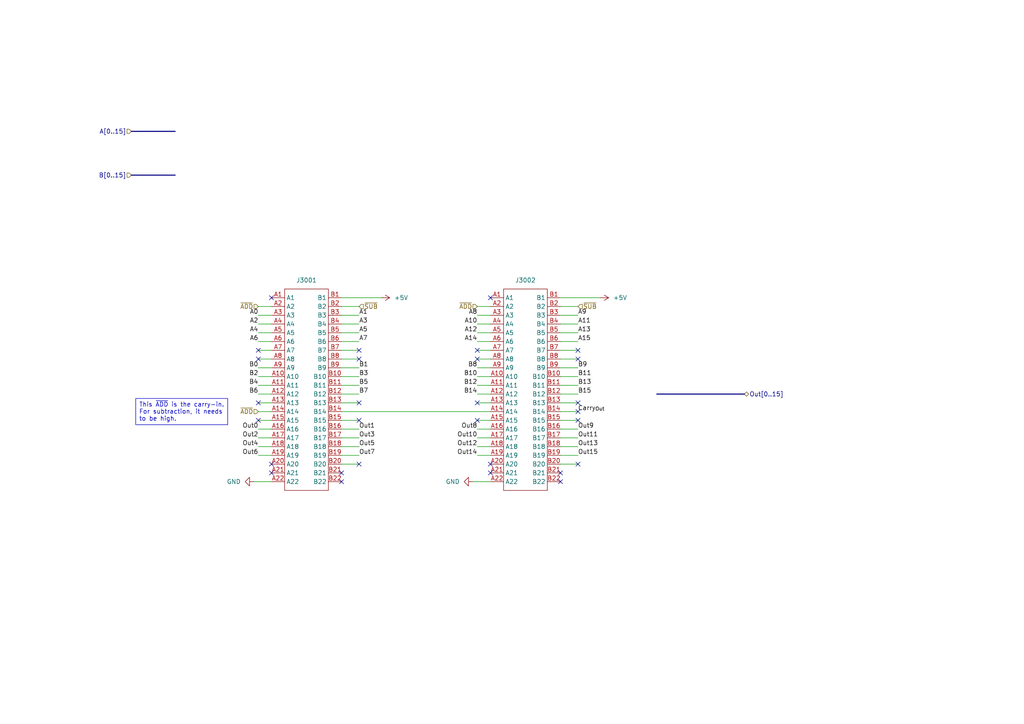
<source format=kicad_sch>
(kicad_sch (version 20231120) (generator "eeschema") (generator_version "8.0")
  (paper "A4")
  (lib_symbols
    (symbol "BoardEdgeConnectors:TE-5530843-4"
      (property "Reference" "J" (at -0.254 30.988 0))
      (symbol "TE-5530843-4_0_1"
        (rectangle (start -6.35 29.21) (end 6.35 -29.21))
      )
      (symbol "TE-5530843-4_1_1"
        (pin passive line (at -10.16 26.67 0) (length 3.81) (name "A1") (number "A1"))
        (pin passive line (at -10.16 3.81 0) (length 3.81) (name "A10") (number "A10"))
        (pin passive line (at -10.16 1.27 0) (length 3.81) (name "A11") (number "A11"))
        (pin passive line (at -10.16 -1.27 0) (length 3.81) (name "A12") (number "A12"))
        (pin passive line (at -10.16 -3.81 0) (length 3.81) (name "A13") (number "A13"))
        (pin passive line (at -10.16 -6.35 0) (length 3.81) (name "A14") (number "A14"))
        (pin passive line (at -10.16 -8.89 0) (length 3.81) (name "A15") (number "A15"))
        (pin passive line (at -10.16 -11.43 0) (length 3.81) (name "A16") (number "A16"))
        (pin passive line (at -10.16 -13.97 0) (length 3.81) (name "A17") (number "A17"))
        (pin passive line (at -10.16 -16.51 0) (length 3.81) (name "A18") (number "A18"))
        (pin passive line (at -10.16 -19.05 0) (length 3.81) (name "A19") (number "A19"))
        (pin passive line (at -10.16 24.13 0) (length 3.81) (name "A2") (number "A2"))
        (pin passive line (at -10.16 -21.59 0) (length 3.81) (name "A20") (number "A20"))
        (pin passive line (at -10.16 -24.13 0) (length 3.81) (name "A21") (number "A21"))
        (pin passive line (at -10.16 -26.67 0) (length 3.81) (name "A22") (number "A22"))
        (pin passive line (at -10.16 21.59 0) (length 3.81) (name "A3") (number "A3"))
        (pin passive line (at -10.16 19.05 0) (length 3.81) (name "A4") (number "A4"))
        (pin passive line (at -10.16 16.51 0) (length 3.81) (name "A5") (number "A5"))
        (pin passive line (at -10.16 13.97 0) (length 3.81) (name "A6") (number "A6"))
        (pin passive line (at -10.16 11.43 0) (length 3.81) (name "A7") (number "A7"))
        (pin passive line (at -10.16 8.89 0) (length 3.81) (name "A8") (number "A8"))
        (pin passive line (at -10.16 6.35 0) (length 3.81) (name "A9") (number "A9"))
        (pin passive line (at 10.16 26.67 180) (length 3.81) (name "B1") (number "B1"))
        (pin passive line (at 10.16 3.81 180) (length 3.81) (name "B10") (number "B10"))
        (pin passive line (at 10.16 1.27 180) (length 3.81) (name "B11") (number "B11"))
        (pin passive line (at 10.16 -1.27 180) (length 3.81) (name "B12") (number "B12"))
        (pin passive line (at 10.16 -3.81 180) (length 3.81) (name "B13") (number "B13"))
        (pin passive line (at 10.16 -6.35 180) (length 3.81) (name "B14") (number "B14"))
        (pin passive line (at 10.16 -8.89 180) (length 3.81) (name "B15") (number "B15"))
        (pin passive line (at 10.16 -11.43 180) (length 3.81) (name "B16") (number "B16"))
        (pin passive line (at 10.16 -13.97 180) (length 3.81) (name "B17") (number "B17"))
        (pin passive line (at 10.16 -16.51 180) (length 3.81) (name "B18") (number "B18"))
        (pin passive line (at 10.16 -19.05 180) (length 3.81) (name "B19") (number "B19"))
        (pin passive line (at 10.16 24.13 180) (length 3.81) (name "B2") (number "B2"))
        (pin passive line (at 10.16 -21.59 180) (length 3.81) (name "B20") (number "B20"))
        (pin passive line (at 10.16 -24.13 180) (length 3.81) (name "B21") (number "B21"))
        (pin passive line (at 10.16 -26.67 180) (length 3.81) (name "B22") (number "B22"))
        (pin passive line (at 10.16 21.59 180) (length 3.81) (name "B3") (number "B3"))
        (pin passive line (at 10.16 19.05 180) (length 3.81) (name "B4") (number "B4"))
        (pin passive line (at 10.16 16.51 180) (length 3.81) (name "B5") (number "B5"))
        (pin passive line (at 10.16 13.97 180) (length 3.81) (name "B6") (number "B6"))
        (pin passive line (at 10.16 11.43 180) (length 3.81) (name "B7") (number "B7"))
        (pin passive line (at 10.16 8.89 180) (length 3.81) (name "B8") (number "B8"))
        (pin passive line (at 10.16 6.35 180) (length 3.81) (name "B9") (number "B9"))
      )
    )
    (symbol "power:+5V" (power) (pin_names (offset 0))
      (property "Value" "+5V" (at 0 3.556 0))
      (symbol "+5V_0_1"
        (polyline (pts (xy -0.762 1.27) (xy 0 2.54)))
        (polyline (pts (xy 0 0) (xy 0 2.54)))
        (polyline (pts (xy 0 2.54) (xy 0.762 1.27)))
      )
      (symbol "+5V_1_1"
        (pin power_in line (at 0 0 90) (length 0) hide (name "+5V") (number "1"))
      )
    )
    (symbol "power:GND" (power) (pin_names (offset 0))
      (property "Value" "GND" (at 0 -3.81 0))
      (symbol "GND_0_1"
        (polyline (pts (xy 0 0) (xy 0 -1.27) (xy 1.27 -1.27) (xy 0 -2.54) (xy -1.27 -1.27) (xy 0 -1.27)))
      )
      (symbol "GND_1_1"
        (pin power_in line (at 0 0 270) (length 0) hide (name "GND") (number "1"))
      )
    )
  )
  (no_connect (at 74.93 116.84))
  (no_connect (at 167.64 101.6))
  (no_connect (at 104.14 121.92))
  (no_connect (at 167.64 134.62))
  (no_connect (at 74.93 101.6))
  (no_connect (at 104.14 104.14))
  (no_connect (at 74.93 104.14))
  (no_connect (at 167.64 116.84))
  (no_connect (at 142.24 134.62))
  (no_connect (at 99.06 137.16))
  (no_connect (at 162.56 137.16))
  (no_connect (at 142.24 86.36))
  (no_connect (at 138.43 121.92))
  (no_connect (at 138.43 104.14))
  (no_connect (at 167.64 104.14))
  (no_connect (at 104.14 116.84))
  (no_connect (at 162.56 139.7))
  (no_connect (at 167.64 121.92))
  (no_connect (at 78.74 137.16))
  (no_connect (at 74.93 121.92))
  (no_connect (at 142.24 137.16))
  (no_connect (at 138.43 116.84))
  (no_connect (at 104.14 134.62))
  (no_connect (at 104.14 101.6))
  (no_connect (at 167.64 119.38))
  (no_connect (at 138.43 101.6))
  (no_connect (at 78.74 134.62))
  (no_connect (at 78.74 86.36))
  (no_connect (at 99.06 139.7))
  (wire (pts (xy 74.93 93.98) (xy 78.74 93.98)))
  (wire (pts (xy 74.93 91.44) (xy 78.74 91.44)))
  (wire (pts (xy 99.06 96.52) (xy 104.14 96.52)))
  (wire (pts (xy 162.56 93.98) (xy 167.64 93.98)))
  (wire (pts (xy 99.06 119.38) (xy 142.24 119.38)))
  (wire (pts (xy 162.56 129.54) (xy 167.64 129.54)))
  (wire (pts (xy 74.93 121.92) (xy 78.74 121.92)))
  (wire (pts (xy 99.06 88.9) (xy 104.14 88.9)))
  (wire (pts (xy 138.43 88.9) (xy 142.24 88.9)))
  (wire (pts (xy 74.93 129.54) (xy 78.74 129.54)))
  (wire (pts (xy 162.56 104.14) (xy 167.64 104.14)))
  (wire (pts (xy 74.93 96.52) (xy 78.74 96.52)))
  (wire (pts (xy 138.43 104.14) (xy 142.24 104.14)))
  (wire (pts (xy 138.43 99.06) (xy 142.24 99.06)))
  (wire (pts (xy 138.43 109.22) (xy 142.24 109.22)))
  (wire (pts (xy 74.93 114.3) (xy 78.74 114.3)))
  (wire (pts (xy 99.06 124.46) (xy 104.14 124.46)))
  (wire (pts (xy 99.06 116.84) (xy 104.14 116.84)))
  (wire (pts (xy 162.56 111.76) (xy 167.64 111.76)))
  (wire (pts (xy 99.06 101.6) (xy 104.14 101.6)))
  (wire (pts (xy 162.56 101.6) (xy 167.64 101.6)))
  (wire (pts (xy 99.06 99.06) (xy 104.14 99.06)))
  (wire (pts (xy 162.56 99.06) (xy 167.64 99.06)))
  (wire (pts (xy 74.93 101.6) (xy 78.74 101.6)))
  (wire (pts (xy 162.56 119.38) (xy 167.64 119.38)))
  (wire (pts (xy 162.56 96.52) (xy 167.64 96.52)))
  (wire (pts (xy 99.06 91.44) (xy 104.14 91.44)))
  (wire (pts (xy 99.06 109.22) (xy 104.14 109.22)))
  (wire (pts (xy 74.93 104.14) (xy 78.74 104.14)))
  (wire (pts (xy 138.43 116.84) (xy 142.24 116.84)))
  (wire (pts (xy 138.43 127) (xy 142.24 127)))
  (wire (pts (xy 162.56 134.62) (xy 167.64 134.62)))
  (wire (pts (xy 138.43 121.92) (xy 142.24 121.92)))
  (bus (pts (xy 38.1 50.8) (xy 50.8 50.8)))
  (wire (pts (xy 162.56 124.46) (xy 167.64 124.46)))
  (wire (pts (xy 162.56 88.9) (xy 167.64 88.9)))
  (wire (pts (xy 138.43 124.46) (xy 142.24 124.46)))
  (wire (pts (xy 162.56 116.84) (xy 167.64 116.84)))
  (wire (pts (xy 74.93 111.76) (xy 78.74 111.76)))
  (wire (pts (xy 138.43 129.54) (xy 142.24 129.54)))
  (wire (pts (xy 99.06 93.98) (xy 104.14 93.98)))
  (wire (pts (xy 138.43 114.3) (xy 142.24 114.3)))
  (wire (pts (xy 162.56 132.08) (xy 167.64 132.08)))
  (wire (pts (xy 162.56 86.36) (xy 173.99 86.36)))
  (wire (pts (xy 99.06 104.14) (xy 104.14 104.14)))
  (wire (pts (xy 162.56 109.22) (xy 167.64 109.22)))
  (wire (pts (xy 74.93 109.22) (xy 78.74 109.22)))
  (wire (pts (xy 74.93 106.68) (xy 78.74 106.68)))
  (wire (pts (xy 99.06 129.54) (xy 104.14 129.54)))
  (wire (pts (xy 99.06 127) (xy 104.14 127)))
  (wire (pts (xy 74.93 119.38) (xy 78.74 119.38)))
  (wire (pts (xy 162.56 106.68) (xy 167.64 106.68)))
  (wire (pts (xy 99.06 132.08) (xy 104.14 132.08)))
  (bus (pts (xy 190.5 114.3) (xy 215.9 114.3)))
  (wire (pts (xy 138.43 91.44) (xy 142.24 91.44)))
  (wire (pts (xy 74.93 132.08) (xy 78.74 132.08)))
  (wire (pts (xy 162.56 114.3) (xy 167.64 114.3)))
  (wire (pts (xy 74.93 99.06) (xy 78.74 99.06)))
  (wire (pts (xy 99.06 111.76) (xy 104.14 111.76)))
  (wire (pts (xy 99.06 114.3) (xy 104.14 114.3)))
  (wire (pts (xy 162.56 91.44) (xy 167.64 91.44)))
  (wire (pts (xy 99.06 86.36) (xy 110.49 86.36)))
  (wire (pts (xy 74.93 88.9) (xy 78.74 88.9)))
  (wire (pts (xy 73.66 139.7) (xy 78.74 139.7)))
  (wire (pts (xy 74.93 127) (xy 78.74 127)))
  (wire (pts (xy 99.06 106.68) (xy 104.14 106.68)))
  (wire (pts (xy 99.06 121.92) (xy 104.14 121.92)))
  (wire (pts (xy 138.43 106.68) (xy 142.24 106.68)))
  (wire (pts (xy 99.06 134.62) (xy 104.14 134.62)))
  (bus (pts (xy 38.1 38.1) (xy 50.8 38.1)))
  (wire (pts (xy 138.43 111.76) (xy 142.24 111.76)))
  (wire (pts (xy 138.43 132.08) (xy 142.24 132.08)))
  (wire (pts (xy 138.43 93.98) (xy 142.24 93.98)))
  (wire (pts (xy 138.43 101.6) (xy 142.24 101.6)))
  (wire (pts (xy 74.93 116.84) (xy 78.74 116.84)))
  (wire (pts (xy 137.16 139.7) (xy 142.24 139.7)))
  (wire (pts (xy 162.56 127) (xy 167.64 127)))
  (wire (pts (xy 74.93 124.46) (xy 78.74 124.46)))
  (wire (pts (xy 162.56 121.92) (xy 167.64 121.92)))
  (wire (pts (xy 138.43 96.52) (xy 142.24 96.52)))
  (text_box "This ~{ADD} is the carry-in. For subtraction, it needs to be high." (at 39.37 115.57 0) (size 26.67 7.62) (effects (font (size 1.27 1.27)) (justify left top)))
  (label "A14" (at 138.43 99.06 180))
  (label "Out1" (at 104.14 124.46 0))
  (label "Out6" (at 74.93 132.08 180))
  (label "A3" (at 104.14 93.98 0))
  (label "Out9" (at 167.64 124.46 0))
  (label "B3" (at 104.14 109.22 0))
  (label "B11" (at 167.64 109.22 0))
  (label "A5" (at 104.14 96.52 0))
  (label "A7" (at 104.14 99.06 0))
  (label "A12" (at 138.43 96.52 180))
  (label "Out13" (at 167.64 129.54 0))
  (label "Out2" (at 74.93 127 180))
  (label "B13" (at 167.64 111.76 0))
  (label "B4" (at 74.93 111.76 180))
  (label "Out8" (at 138.43 124.46 180))
  (label "B12" (at 138.43 111.76 180))
  (label "Out4" (at 74.93 129.54 180))
  (label "Out3" (at 104.14 127 0))
  (label "Out15" (at 167.64 132.08 0))
  (label "B2" (at 74.93 109.22 180))
  (label "A1" (at 104.14 91.44 0))
  (label "B1" (at 104.14 106.68 0))
  (label "B5" (at 104.14 111.76 0))
  (label "B8" (at 138.43 106.68 180))
  (label "Out7" (at 104.14 132.08 0))
  (label "A2" (at 74.93 93.98 180))
  (label "Carry_{Out}" (at 167.64 119.38 0))
  (label "A0" (at 74.93 91.44 180))
  (label "A8" (at 138.43 91.44 180))
  (label "Out10" (at 138.43 127 180))
  (label "B9" (at 167.64 106.68 0))
  (label "B6" (at 74.93 114.3 180))
  (label "Out0" (at 74.93 124.46 180))
  (label "B10" (at 138.43 109.22 180))
  (label "Out14" (at 138.43 132.08 180))
  (label "Out12" (at 138.43 129.54 180))
  (label "A11" (at 167.64 93.98 0))
  (label "A4" (at 74.93 96.52 180))
  (label "A9" (at 167.64 91.44 0))
  (label "A13" (at 167.64 96.52 0))
  (label "A10" (at 138.43 93.98 180))
  (label "Out11" (at 167.64 127 0))
  (label "B0" (at 74.93 106.68 180))
  (label "B14" (at 138.43 114.3 180))
  (label "A6" (at 74.93 99.06 180))
  (label "A15" (at 167.64 99.06 0))
  (label "B7" (at 104.14 114.3 0))
  (label "Out5" (at 104.14 129.54 0))
  (label "B15" (at 167.64 114.3 0))
  (hierarchical_label "A[0..15]" (shape input) (at 38.1 38.1 180))
  (hierarchical_label "~{ADD}" (shape input) (at 138.43 88.9 180))
  (hierarchical_label "~{SUB}" (shape input) (at 167.64 88.9 0))
  (hierarchical_label "~{SUB}" (shape input) (at 104.14 88.9 0))
  (hierarchical_label "~{ADD}" (shape input) (at 74.93 88.9 180))
  (hierarchical_label "B[0..15]" (shape input) (at 38.1 50.8 180))
  (hierarchical_label "Out[0..15]" (shape tri_state) (at 215.9 114.3 0))
  (hierarchical_label "~{ADD}" (shape input) (at 74.93 119.38 180))
  (symbol (lib_id "BoardEdgeConnectors:TE-5530843-4") (at 152.4 113.03 0) (unit 1)
    (property "Reference" "J3002" (at 152.4 81.28 0))
    (property "Footprint" "BoardEdgeConnectors:TE-5530843-4-Mount" (effects (hide yes)))
    (property "Datasheet" "https://www.te.com/en/product-5530843-4.html" (effects (hide yes)))
    (property "Description" "44 contact board edge connector" (effects (hide yes)))
  )
  (symbol (lib_id "power:+5V") (at 173.99 86.36 270) (unit 1)
    (property "Reference" "#PWR03004" (effects (hide yes)))
    (property "Value" "+5V" (at 177.8 86.3599 90) (effects (justify left)))
    (property "Description" "Power symbol creates a global label with name \"+5V\"" (effects (hide yes)))
  )
  (symbol (lib_id "power:GND") (at 73.66 139.7 270) (unit 1)
    (property "Reference" "#PWR03001" (effects (hide yes)))
    (property "Value" "GND" (at 69.85 139.6999 90) (effects (justify right)))
    (property "Description" "Power symbol creates a global label with name \"GND\" , ground" (effects (hide yes)))
  )
  (symbol (lib_id "power:+5V") (at 110.49 86.36 270) (unit 1)
    (property "Reference" "#PWR03002" (effects (hide yes)))
    (property "Value" "+5V" (at 114.3 86.3599 90) (effects (justify left)))
    (property "Description" "Power symbol creates a global label with name \"+5V\"" (effects (hide yes)))
  )
  (symbol (lib_id "power:GND") (at 137.16 139.7 270) (unit 1)
    (property "Reference" "#PWR03003" (effects (hide yes)))
    (property "Value" "GND" (at 133.35 139.6999 90) (effects (justify right)))
    (property "Description" "Power symbol creates a global label with name \"GND\" , ground" (effects (hide yes)))
  )
  (symbol (lib_id "BoardEdgeConnectors:TE-5530843-4") (at 88.9 113.03 0) (unit 1)
    (property "Reference" "J3001" (at 88.9 81.28 0))
    (property "Footprint" "BoardEdgeConnectors:TE-5530843-4-Mount" (effects (hide yes)))
    (property "Datasheet" "https://www.te.com/en/product-5530843-4.html" (effects (hide yes)))
    (property "Description" "44 contact board edge connector" (effects (hide yes)))
  )
)
</source>
